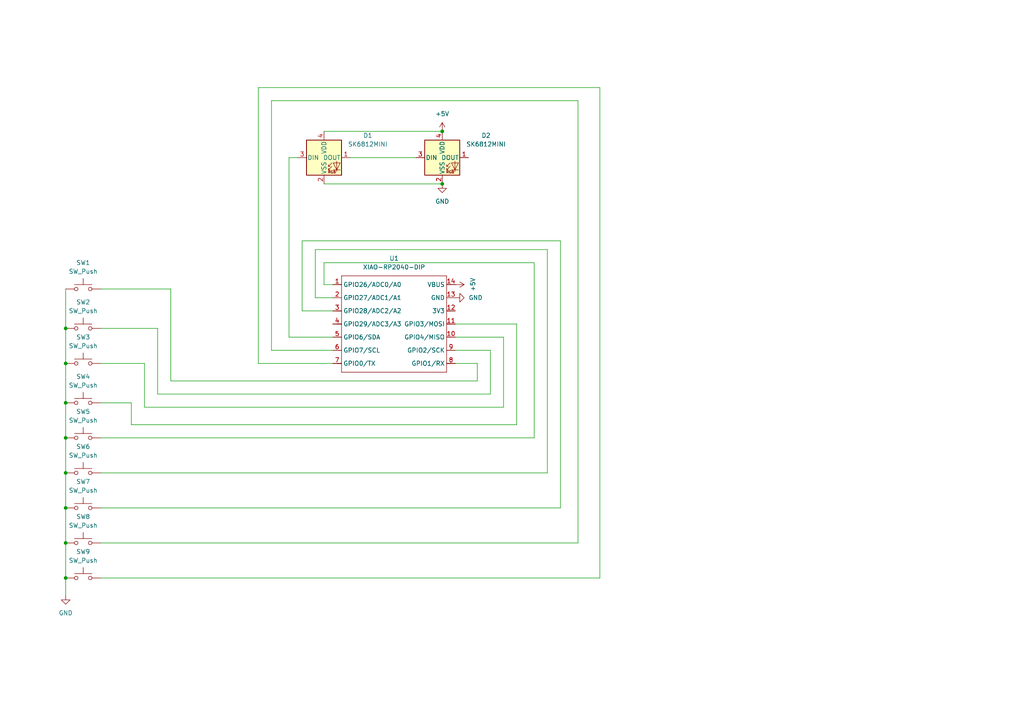
<source format=kicad_sch>
(kicad_sch
	(version 20250114)
	(generator "eeschema")
	(generator_version "9.0")
	(uuid "f46d88a0-dbca-4b13-a247-fb1fb25e2faf")
	(paper "A4")
	(lib_symbols
		(symbol "LED:SK6812MINI"
			(pin_names
				(offset 0.254)
			)
			(exclude_from_sim no)
			(in_bom yes)
			(on_board yes)
			(property "Reference" "D"
				(at 5.08 5.715 0)
				(effects
					(font
						(size 1.27 1.27)
					)
					(justify right bottom)
				)
			)
			(property "Value" "SK6812MINI"
				(at 1.27 -5.715 0)
				(effects
					(font
						(size 1.27 1.27)
					)
					(justify left top)
				)
			)
			(property "Footprint" "LED_SMD:LED_SK6812MINI_PLCC4_3.5x3.5mm_P1.75mm"
				(at 1.27 -7.62 0)
				(effects
					(font
						(size 1.27 1.27)
					)
					(justify left top)
					(hide yes)
				)
			)
			(property "Datasheet" "https://cdn-shop.adafruit.com/product-files/2686/SK6812MINI_REV.01-1-2.pdf"
				(at 2.54 -9.525 0)
				(effects
					(font
						(size 1.27 1.27)
					)
					(justify left top)
					(hide yes)
				)
			)
			(property "Description" "RGB LED with integrated controller"
				(at 0 0 0)
				(effects
					(font
						(size 1.27 1.27)
					)
					(hide yes)
				)
			)
			(property "ki_keywords" "RGB LED NeoPixel Mini addressable"
				(at 0 0 0)
				(effects
					(font
						(size 1.27 1.27)
					)
					(hide yes)
				)
			)
			(property "ki_fp_filters" "LED*SK6812MINI*PLCC*3.5x3.5mm*P1.75mm*"
				(at 0 0 0)
				(effects
					(font
						(size 1.27 1.27)
					)
					(hide yes)
				)
			)
			(symbol "SK6812MINI_0_0"
				(text "RGB"
					(at 2.286 -4.191 0)
					(effects
						(font
							(size 0.762 0.762)
						)
					)
				)
			)
			(symbol "SK6812MINI_0_1"
				(polyline
					(pts
						(xy 1.27 -2.54) (xy 1.778 -2.54)
					)
					(stroke
						(width 0)
						(type default)
					)
					(fill
						(type none)
					)
				)
				(polyline
					(pts
						(xy 1.27 -3.556) (xy 1.778 -3.556)
					)
					(stroke
						(width 0)
						(type default)
					)
					(fill
						(type none)
					)
				)
				(polyline
					(pts
						(xy 2.286 -1.524) (xy 1.27 -2.54) (xy 1.27 -2.032)
					)
					(stroke
						(width 0)
						(type default)
					)
					(fill
						(type none)
					)
				)
				(polyline
					(pts
						(xy 2.286 -2.54) (xy 1.27 -3.556) (xy 1.27 -3.048)
					)
					(stroke
						(width 0)
						(type default)
					)
					(fill
						(type none)
					)
				)
				(polyline
					(pts
						(xy 3.683 -1.016) (xy 3.683 -3.556) (xy 3.683 -4.064)
					)
					(stroke
						(width 0)
						(type default)
					)
					(fill
						(type none)
					)
				)
				(polyline
					(pts
						(xy 4.699 -1.524) (xy 2.667 -1.524) (xy 3.683 -3.556) (xy 4.699 -1.524)
					)
					(stroke
						(width 0)
						(type default)
					)
					(fill
						(type none)
					)
				)
				(polyline
					(pts
						(xy 4.699 -3.556) (xy 2.667 -3.556)
					)
					(stroke
						(width 0)
						(type default)
					)
					(fill
						(type none)
					)
				)
				(rectangle
					(start 5.08 5.08)
					(end -5.08 -5.08)
					(stroke
						(width 0.254)
						(type default)
					)
					(fill
						(type background)
					)
				)
			)
			(symbol "SK6812MINI_1_1"
				(pin input line
					(at -7.62 0 0)
					(length 2.54)
					(name "DIN"
						(effects
							(font
								(size 1.27 1.27)
							)
						)
					)
					(number "3"
						(effects
							(font
								(size 1.27 1.27)
							)
						)
					)
				)
				(pin power_in line
					(at 0 7.62 270)
					(length 2.54)
					(name "VDD"
						(effects
							(font
								(size 1.27 1.27)
							)
						)
					)
					(number "4"
						(effects
							(font
								(size 1.27 1.27)
							)
						)
					)
				)
				(pin power_in line
					(at 0 -7.62 90)
					(length 2.54)
					(name "VSS"
						(effects
							(font
								(size 1.27 1.27)
							)
						)
					)
					(number "2"
						(effects
							(font
								(size 1.27 1.27)
							)
						)
					)
				)
				(pin output line
					(at 7.62 0 180)
					(length 2.54)
					(name "DOUT"
						(effects
							(font
								(size 1.27 1.27)
							)
						)
					)
					(number "1"
						(effects
							(font
								(size 1.27 1.27)
							)
						)
					)
				)
			)
			(embedded_fonts no)
		)
		(symbol "OPL Library:XIAO-RP2040-DIP"
			(exclude_from_sim no)
			(in_bom yes)
			(on_board yes)
			(property "Reference" "U"
				(at 0 0 0)
				(effects
					(font
						(size 1.27 1.27)
					)
				)
			)
			(property "Value" "XIAO-RP2040-DIP"
				(at 5.334 -1.778 0)
				(effects
					(font
						(size 1.27 1.27)
					)
				)
			)
			(property "Footprint" "Module:MOUDLE14P-XIAO-DIP-SMD"
				(at 14.478 -32.258 0)
				(effects
					(font
						(size 1.27 1.27)
					)
					(hide yes)
				)
			)
			(property "Datasheet" ""
				(at 0 0 0)
				(effects
					(font
						(size 1.27 1.27)
					)
					(hide yes)
				)
			)
			(property "Description" ""
				(at 0 0 0)
				(effects
					(font
						(size 1.27 1.27)
					)
					(hide yes)
				)
			)
			(symbol "XIAO-RP2040-DIP_1_0"
				(polyline
					(pts
						(xy -1.27 -2.54) (xy 29.21 -2.54)
					)
					(stroke
						(width 0.1524)
						(type solid)
					)
					(fill
						(type none)
					)
				)
				(polyline
					(pts
						(xy -1.27 -5.08) (xy -2.54 -5.08)
					)
					(stroke
						(width 0.1524)
						(type solid)
					)
					(fill
						(type none)
					)
				)
				(polyline
					(pts
						(xy -1.27 -5.08) (xy -1.27 -2.54)
					)
					(stroke
						(width 0.1524)
						(type solid)
					)
					(fill
						(type none)
					)
				)
				(polyline
					(pts
						(xy -1.27 -8.89) (xy -2.54 -8.89)
					)
					(stroke
						(width 0.1524)
						(type solid)
					)
					(fill
						(type none)
					)
				)
				(polyline
					(pts
						(xy -1.27 -8.89) (xy -1.27 -5.08)
					)
					(stroke
						(width 0.1524)
						(type solid)
					)
					(fill
						(type none)
					)
				)
				(polyline
					(pts
						(xy -1.27 -12.7) (xy -2.54 -12.7)
					)
					(stroke
						(width 0.1524)
						(type solid)
					)
					(fill
						(type none)
					)
				)
				(polyline
					(pts
						(xy -1.27 -12.7) (xy -1.27 -8.89)
					)
					(stroke
						(width 0.1524)
						(type solid)
					)
					(fill
						(type none)
					)
				)
				(polyline
					(pts
						(xy -1.27 -16.51) (xy -2.54 -16.51)
					)
					(stroke
						(width 0.1524)
						(type solid)
					)
					(fill
						(type none)
					)
				)
				(polyline
					(pts
						(xy -1.27 -16.51) (xy -1.27 -12.7)
					)
					(stroke
						(width 0.1524)
						(type solid)
					)
					(fill
						(type none)
					)
				)
				(polyline
					(pts
						(xy -1.27 -20.32) (xy -2.54 -20.32)
					)
					(stroke
						(width 0.1524)
						(type solid)
					)
					(fill
						(type none)
					)
				)
				(polyline
					(pts
						(xy -1.27 -24.13) (xy -2.54 -24.13)
					)
					(stroke
						(width 0.1524)
						(type solid)
					)
					(fill
						(type none)
					)
				)
				(polyline
					(pts
						(xy -1.27 -27.94) (xy -2.54 -27.94)
					)
					(stroke
						(width 0.1524)
						(type solid)
					)
					(fill
						(type none)
					)
				)
				(polyline
					(pts
						(xy -1.27 -30.48) (xy -1.27 -16.51)
					)
					(stroke
						(width 0.1524)
						(type solid)
					)
					(fill
						(type none)
					)
				)
				(polyline
					(pts
						(xy 29.21 -2.54) (xy 29.21 -5.08)
					)
					(stroke
						(width 0.1524)
						(type solid)
					)
					(fill
						(type none)
					)
				)
				(polyline
					(pts
						(xy 29.21 -5.08) (xy 29.21 -8.89)
					)
					(stroke
						(width 0.1524)
						(type solid)
					)
					(fill
						(type none)
					)
				)
				(polyline
					(pts
						(xy 29.21 -8.89) (xy 29.21 -12.7)
					)
					(stroke
						(width 0.1524)
						(type solid)
					)
					(fill
						(type none)
					)
				)
				(polyline
					(pts
						(xy 29.21 -12.7) (xy 29.21 -30.48)
					)
					(stroke
						(width 0.1524)
						(type solid)
					)
					(fill
						(type none)
					)
				)
				(polyline
					(pts
						(xy 29.21 -30.48) (xy -1.27 -30.48)
					)
					(stroke
						(width 0.1524)
						(type solid)
					)
					(fill
						(type none)
					)
				)
				(polyline
					(pts
						(xy 30.48 -5.08) (xy 29.21 -5.08)
					)
					(stroke
						(width 0.1524)
						(type solid)
					)
					(fill
						(type none)
					)
				)
				(polyline
					(pts
						(xy 30.48 -8.89) (xy 29.21 -8.89)
					)
					(stroke
						(width 0.1524)
						(type solid)
					)
					(fill
						(type none)
					)
				)
				(polyline
					(pts
						(xy 30.48 -12.7) (xy 29.21 -12.7)
					)
					(stroke
						(width 0.1524)
						(type solid)
					)
					(fill
						(type none)
					)
				)
				(polyline
					(pts
						(xy 30.48 -16.51) (xy 29.21 -16.51)
					)
					(stroke
						(width 0.1524)
						(type solid)
					)
					(fill
						(type none)
					)
				)
				(polyline
					(pts
						(xy 30.48 -20.32) (xy 29.21 -20.32)
					)
					(stroke
						(width 0.1524)
						(type solid)
					)
					(fill
						(type none)
					)
				)
				(polyline
					(pts
						(xy 30.48 -24.13) (xy 29.21 -24.13)
					)
					(stroke
						(width 0.1524)
						(type solid)
					)
					(fill
						(type none)
					)
				)
				(polyline
					(pts
						(xy 30.48 -27.94) (xy 29.21 -27.94)
					)
					(stroke
						(width 0.1524)
						(type solid)
					)
					(fill
						(type none)
					)
				)
				(pin passive line
					(at -3.81 -5.08 0)
					(length 2.54)
					(name "GPIO26/ADC0/A0"
						(effects
							(font
								(size 1.27 1.27)
							)
						)
					)
					(number "1"
						(effects
							(font
								(size 1.27 1.27)
							)
						)
					)
				)
				(pin passive line
					(at -3.81 -8.89 0)
					(length 2.54)
					(name "GPIO27/ADC1/A1"
						(effects
							(font
								(size 1.27 1.27)
							)
						)
					)
					(number "2"
						(effects
							(font
								(size 1.27 1.27)
							)
						)
					)
				)
				(pin passive line
					(at -3.81 -12.7 0)
					(length 2.54)
					(name "GPIO28/ADC2/A2"
						(effects
							(font
								(size 1.27 1.27)
							)
						)
					)
					(number "3"
						(effects
							(font
								(size 1.27 1.27)
							)
						)
					)
				)
				(pin passive line
					(at -3.81 -16.51 0)
					(length 2.54)
					(name "GPIO29/ADC3/A3"
						(effects
							(font
								(size 1.27 1.27)
							)
						)
					)
					(number "4"
						(effects
							(font
								(size 1.27 1.27)
							)
						)
					)
				)
				(pin passive line
					(at -3.81 -20.32 0)
					(length 2.54)
					(name "GPIO6/SDA"
						(effects
							(font
								(size 1.27 1.27)
							)
						)
					)
					(number "5"
						(effects
							(font
								(size 1.27 1.27)
							)
						)
					)
				)
				(pin passive line
					(at -3.81 -24.13 0)
					(length 2.54)
					(name "GPIO7/SCL"
						(effects
							(font
								(size 1.27 1.27)
							)
						)
					)
					(number "6"
						(effects
							(font
								(size 1.27 1.27)
							)
						)
					)
				)
				(pin passive line
					(at -3.81 -27.94 0)
					(length 2.54)
					(name "GPIO0/TX"
						(effects
							(font
								(size 1.27 1.27)
							)
						)
					)
					(number "7"
						(effects
							(font
								(size 1.27 1.27)
							)
						)
					)
				)
				(pin passive line
					(at 31.75 -5.08 180)
					(length 2.54)
					(name "VBUS"
						(effects
							(font
								(size 1.27 1.27)
							)
						)
					)
					(number "14"
						(effects
							(font
								(size 1.27 1.27)
							)
						)
					)
				)
				(pin passive line
					(at 31.75 -8.89 180)
					(length 2.54)
					(name "GND"
						(effects
							(font
								(size 1.27 1.27)
							)
						)
					)
					(number "13"
						(effects
							(font
								(size 1.27 1.27)
							)
						)
					)
				)
				(pin passive line
					(at 31.75 -12.7 180)
					(length 2.54)
					(name "3V3"
						(effects
							(font
								(size 1.27 1.27)
							)
						)
					)
					(number "12"
						(effects
							(font
								(size 1.27 1.27)
							)
						)
					)
				)
				(pin passive line
					(at 31.75 -16.51 180)
					(length 2.54)
					(name "GPIO3/MOSI"
						(effects
							(font
								(size 1.27 1.27)
							)
						)
					)
					(number "11"
						(effects
							(font
								(size 1.27 1.27)
							)
						)
					)
				)
				(pin passive line
					(at 31.75 -20.32 180)
					(length 2.54)
					(name "GPIO4/MISO"
						(effects
							(font
								(size 1.27 1.27)
							)
						)
					)
					(number "10"
						(effects
							(font
								(size 1.27 1.27)
							)
						)
					)
				)
				(pin passive line
					(at 31.75 -24.13 180)
					(length 2.54)
					(name "GPIO2/SCK"
						(effects
							(font
								(size 1.27 1.27)
							)
						)
					)
					(number "9"
						(effects
							(font
								(size 1.27 1.27)
							)
						)
					)
				)
				(pin passive line
					(at 31.75 -27.94 180)
					(length 2.54)
					(name "GPIO1/RX"
						(effects
							(font
								(size 1.27 1.27)
							)
						)
					)
					(number "8"
						(effects
							(font
								(size 1.27 1.27)
							)
						)
					)
				)
			)
			(embedded_fonts no)
		)
		(symbol "Switch:SW_Push"
			(pin_numbers
				(hide yes)
			)
			(pin_names
				(offset 1.016)
				(hide yes)
			)
			(exclude_from_sim no)
			(in_bom yes)
			(on_board yes)
			(property "Reference" "SW"
				(at 1.27 2.54 0)
				(effects
					(font
						(size 1.27 1.27)
					)
					(justify left)
				)
			)
			(property "Value" "SW_Push"
				(at 0 -1.524 0)
				(effects
					(font
						(size 1.27 1.27)
					)
				)
			)
			(property "Footprint" ""
				(at 0 5.08 0)
				(effects
					(font
						(size 1.27 1.27)
					)
					(hide yes)
				)
			)
			(property "Datasheet" "~"
				(at 0 5.08 0)
				(effects
					(font
						(size 1.27 1.27)
					)
					(hide yes)
				)
			)
			(property "Description" "Push button switch, generic, two pins"
				(at 0 0 0)
				(effects
					(font
						(size 1.27 1.27)
					)
					(hide yes)
				)
			)
			(property "ki_keywords" "switch normally-open pushbutton push-button"
				(at 0 0 0)
				(effects
					(font
						(size 1.27 1.27)
					)
					(hide yes)
				)
			)
			(symbol "SW_Push_0_1"
				(circle
					(center -2.032 0)
					(radius 0.508)
					(stroke
						(width 0)
						(type default)
					)
					(fill
						(type none)
					)
				)
				(polyline
					(pts
						(xy 0 1.27) (xy 0 3.048)
					)
					(stroke
						(width 0)
						(type default)
					)
					(fill
						(type none)
					)
				)
				(circle
					(center 2.032 0)
					(radius 0.508)
					(stroke
						(width 0)
						(type default)
					)
					(fill
						(type none)
					)
				)
				(polyline
					(pts
						(xy 2.54 1.27) (xy -2.54 1.27)
					)
					(stroke
						(width 0)
						(type default)
					)
					(fill
						(type none)
					)
				)
				(pin passive line
					(at -5.08 0 0)
					(length 2.54)
					(name "1"
						(effects
							(font
								(size 1.27 1.27)
							)
						)
					)
					(number "1"
						(effects
							(font
								(size 1.27 1.27)
							)
						)
					)
				)
				(pin passive line
					(at 5.08 0 180)
					(length 2.54)
					(name "2"
						(effects
							(font
								(size 1.27 1.27)
							)
						)
					)
					(number "2"
						(effects
							(font
								(size 1.27 1.27)
							)
						)
					)
				)
			)
			(embedded_fonts no)
		)
		(symbol "power:+5V"
			(power)
			(pin_numbers
				(hide yes)
			)
			(pin_names
				(offset 0)
				(hide yes)
			)
			(exclude_from_sim no)
			(in_bom yes)
			(on_board yes)
			(property "Reference" "#PWR"
				(at 0 -3.81 0)
				(effects
					(font
						(size 1.27 1.27)
					)
					(hide yes)
				)
			)
			(property "Value" "+5V"
				(at 0 3.556 0)
				(effects
					(font
						(size 1.27 1.27)
					)
				)
			)
			(property "Footprint" ""
				(at 0 0 0)
				(effects
					(font
						(size 1.27 1.27)
					)
					(hide yes)
				)
			)
			(property "Datasheet" ""
				(at 0 0 0)
				(effects
					(font
						(size 1.27 1.27)
					)
					(hide yes)
				)
			)
			(property "Description" "Power symbol creates a global label with name \"+5V\""
				(at 0 0 0)
				(effects
					(font
						(size 1.27 1.27)
					)
					(hide yes)
				)
			)
			(property "ki_keywords" "global power"
				(at 0 0 0)
				(effects
					(font
						(size 1.27 1.27)
					)
					(hide yes)
				)
			)
			(symbol "+5V_0_1"
				(polyline
					(pts
						(xy -0.762 1.27) (xy 0 2.54)
					)
					(stroke
						(width 0)
						(type default)
					)
					(fill
						(type none)
					)
				)
				(polyline
					(pts
						(xy 0 2.54) (xy 0.762 1.27)
					)
					(stroke
						(width 0)
						(type default)
					)
					(fill
						(type none)
					)
				)
				(polyline
					(pts
						(xy 0 0) (xy 0 2.54)
					)
					(stroke
						(width 0)
						(type default)
					)
					(fill
						(type none)
					)
				)
			)
			(symbol "+5V_1_1"
				(pin power_in line
					(at 0 0 90)
					(length 0)
					(name "~"
						(effects
							(font
								(size 1.27 1.27)
							)
						)
					)
					(number "1"
						(effects
							(font
								(size 1.27 1.27)
							)
						)
					)
				)
			)
			(embedded_fonts no)
		)
		(symbol "power:GND"
			(power)
			(pin_numbers
				(hide yes)
			)
			(pin_names
				(offset 0)
				(hide yes)
			)
			(exclude_from_sim no)
			(in_bom yes)
			(on_board yes)
			(property "Reference" "#PWR"
				(at 0 -6.35 0)
				(effects
					(font
						(size 1.27 1.27)
					)
					(hide yes)
				)
			)
			(property "Value" "GND"
				(at 0 -3.81 0)
				(effects
					(font
						(size 1.27 1.27)
					)
				)
			)
			(property "Footprint" ""
				(at 0 0 0)
				(effects
					(font
						(size 1.27 1.27)
					)
					(hide yes)
				)
			)
			(property "Datasheet" ""
				(at 0 0 0)
				(effects
					(font
						(size 1.27 1.27)
					)
					(hide yes)
				)
			)
			(property "Description" "Power symbol creates a global label with name \"GND\" , ground"
				(at 0 0 0)
				(effects
					(font
						(size 1.27 1.27)
					)
					(hide yes)
				)
			)
			(property "ki_keywords" "global power"
				(at 0 0 0)
				(effects
					(font
						(size 1.27 1.27)
					)
					(hide yes)
				)
			)
			(symbol "GND_0_1"
				(polyline
					(pts
						(xy 0 0) (xy 0 -1.27) (xy 1.27 -1.27) (xy 0 -2.54) (xy -1.27 -1.27) (xy 0 -1.27)
					)
					(stroke
						(width 0)
						(type default)
					)
					(fill
						(type none)
					)
				)
			)
			(symbol "GND_1_1"
				(pin power_in line
					(at 0 0 270)
					(length 0)
					(name "~"
						(effects
							(font
								(size 1.27 1.27)
							)
						)
					)
					(number "1"
						(effects
							(font
								(size 1.27 1.27)
							)
						)
					)
				)
			)
			(embedded_fonts no)
		)
	)
	(junction
		(at 128.27 38.1)
		(diameter 0)
		(color 0 0 0 0)
		(uuid "32c0ed1f-7340-4760-8bcb-dc0c51b84ab6")
	)
	(junction
		(at 19.05 95.25)
		(diameter 0)
		(color 0 0 0 0)
		(uuid "3b3a9c69-df5a-4a81-8eb9-390e28bb70da")
	)
	(junction
		(at 19.05 116.84)
		(diameter 0)
		(color 0 0 0 0)
		(uuid "680315ea-e1c4-4b7a-b607-c78d168baf8f")
	)
	(junction
		(at 19.05 167.64)
		(diameter 0)
		(color 0 0 0 0)
		(uuid "81f6eadc-d0df-4162-a5f9-1163318c1365")
	)
	(junction
		(at 128.27 53.34)
		(diameter 0)
		(color 0 0 0 0)
		(uuid "8b9d9ece-499c-4d8f-9734-f258a21e0bc8")
	)
	(junction
		(at 19.05 105.41)
		(diameter 0)
		(color 0 0 0 0)
		(uuid "8ca43d1d-3bcc-4f66-b80e-21bbfbaf2409")
	)
	(junction
		(at 19.05 157.48)
		(diameter 0)
		(color 0 0 0 0)
		(uuid "a3f822bc-ea54-41b7-9df0-bdc2d42b6b5c")
	)
	(junction
		(at 19.05 127)
		(diameter 0)
		(color 0 0 0 0)
		(uuid "c547969c-a6e1-4297-bc24-b2f1ebe9f58a")
	)
	(junction
		(at 19.05 137.16)
		(diameter 0)
		(color 0 0 0 0)
		(uuid "cfdd9121-bfee-4647-91c8-7d5489bb4661")
	)
	(junction
		(at 19.05 147.32)
		(diameter 0)
		(color 0 0 0 0)
		(uuid "fb366807-1681-4477-a650-1620e0a1f534")
	)
	(wire
		(pts
			(xy 146.05 97.79) (xy 132.08 97.79)
		)
		(stroke
			(width 0)
			(type default)
		)
		(uuid "014ec642-ae88-4007-9823-d29ee1a50831")
	)
	(wire
		(pts
			(xy 91.44 86.36) (xy 96.52 86.36)
		)
		(stroke
			(width 0)
			(type default)
		)
		(uuid "0af67068-106c-4f90-82b7-3d6966bba42c")
	)
	(wire
		(pts
			(xy 19.05 105.41) (xy 19.05 116.84)
		)
		(stroke
			(width 0)
			(type default)
		)
		(uuid "0bb387e6-2fd1-477a-ae06-8c881b99e468")
	)
	(wire
		(pts
			(xy 19.05 147.32) (xy 19.05 157.48)
		)
		(stroke
			(width 0)
			(type default)
		)
		(uuid "1180e0fe-6939-472e-aec3-d3d01e0ed941")
	)
	(wire
		(pts
			(xy 173.99 25.4) (xy 74.93 25.4)
		)
		(stroke
			(width 0)
			(type default)
		)
		(uuid "1421b6b3-bb78-4efc-8f49-a67902dc532f")
	)
	(wire
		(pts
			(xy 93.98 38.1) (xy 128.27 38.1)
		)
		(stroke
			(width 0)
			(type default)
		)
		(uuid "14f3a978-3163-49f4-9060-42f5a9d9836e")
	)
	(wire
		(pts
			(xy 45.72 114.3) (xy 142.24 114.3)
		)
		(stroke
			(width 0)
			(type default)
		)
		(uuid "1936f7ae-32ac-456d-84e8-13679298ea51")
	)
	(wire
		(pts
			(xy 173.99 167.64) (xy 173.99 25.4)
		)
		(stroke
			(width 0)
			(type default)
		)
		(uuid "1a439f7a-85f3-411a-a6e1-2e9ff7eb1e44")
	)
	(wire
		(pts
			(xy 29.21 83.82) (xy 49.53 83.82)
		)
		(stroke
			(width 0)
			(type default)
		)
		(uuid "1c81f002-9f0d-4ea9-86bb-bca1a9a2e7a0")
	)
	(wire
		(pts
			(xy 19.05 157.48) (xy 19.05 167.64)
		)
		(stroke
			(width 0)
			(type default)
		)
		(uuid "1e80cd18-7ad0-439b-9ac1-56cb3afd2910")
	)
	(wire
		(pts
			(xy 149.86 123.19) (xy 149.86 93.98)
		)
		(stroke
			(width 0)
			(type default)
		)
		(uuid "208587a2-e42d-4017-a402-858f88496168")
	)
	(wire
		(pts
			(xy 45.72 95.25) (xy 45.72 114.3)
		)
		(stroke
			(width 0)
			(type default)
		)
		(uuid "20b848e8-c404-4b0f-8e44-0ce516f5b683")
	)
	(wire
		(pts
			(xy 93.98 82.55) (xy 96.52 82.55)
		)
		(stroke
			(width 0)
			(type default)
		)
		(uuid "2588856c-a2b2-4949-962a-885883848f38")
	)
	(wire
		(pts
			(xy 74.93 105.41) (xy 96.52 105.41)
		)
		(stroke
			(width 0)
			(type default)
		)
		(uuid "31471e81-35db-4ddc-874c-4c2ab3d94c50")
	)
	(wire
		(pts
			(xy 158.75 72.39) (xy 91.44 72.39)
		)
		(stroke
			(width 0)
			(type default)
		)
		(uuid "31de4ded-1d77-4021-8e81-f11f453f60ae")
	)
	(wire
		(pts
			(xy 49.53 83.82) (xy 49.53 110.49)
		)
		(stroke
			(width 0)
			(type default)
		)
		(uuid "33e7df7e-7075-48ef-a01a-382ef56cd8c4")
	)
	(wire
		(pts
			(xy 78.74 101.6) (xy 96.52 101.6)
		)
		(stroke
			(width 0)
			(type default)
		)
		(uuid "400cb30b-0411-45ac-bc35-cb9c0e1b53bf")
	)
	(wire
		(pts
			(xy 132.08 105.41) (xy 138.43 105.41)
		)
		(stroke
			(width 0)
			(type default)
		)
		(uuid "448c4d3d-57d8-4d3f-864b-88e1c980f635")
	)
	(wire
		(pts
			(xy 29.21 127) (xy 154.94 127)
		)
		(stroke
			(width 0)
			(type default)
		)
		(uuid "46bcca88-6e5f-43d7-968d-e5ea727ab8d4")
	)
	(wire
		(pts
			(xy 78.74 29.21) (xy 78.74 101.6)
		)
		(stroke
			(width 0)
			(type default)
		)
		(uuid "481cdafb-5835-4e52-94c5-3e0c3bf811aa")
	)
	(wire
		(pts
			(xy 87.63 69.85) (xy 87.63 90.17)
		)
		(stroke
			(width 0)
			(type default)
		)
		(uuid "504c1b78-c0f5-49ca-8577-efca9a7f0159")
	)
	(wire
		(pts
			(xy 29.21 105.41) (xy 41.91 105.41)
		)
		(stroke
			(width 0)
			(type default)
		)
		(uuid "5478903f-8186-4127-98a8-fb782d3b518b")
	)
	(wire
		(pts
			(xy 41.91 118.11) (xy 146.05 118.11)
		)
		(stroke
			(width 0)
			(type default)
		)
		(uuid "54d880a6-0b38-409d-994e-c4c3daf2f866")
	)
	(wire
		(pts
			(xy 19.05 137.16) (xy 19.05 147.32)
		)
		(stroke
			(width 0)
			(type default)
		)
		(uuid "5528029b-9f3d-49a5-b8b2-2093fe5196a6")
	)
	(wire
		(pts
			(xy 19.05 83.82) (xy 19.05 95.25)
		)
		(stroke
			(width 0)
			(type default)
		)
		(uuid "5af79eb7-b7f3-4794-a174-99d1f70a213a")
	)
	(wire
		(pts
			(xy 142.24 101.6) (xy 132.08 101.6)
		)
		(stroke
			(width 0)
			(type default)
		)
		(uuid "5edc7d36-8237-4f5b-9dda-3d0e45790ae2")
	)
	(wire
		(pts
			(xy 167.64 157.48) (xy 167.64 29.21)
		)
		(stroke
			(width 0)
			(type default)
		)
		(uuid "6161f07c-ef21-4b89-b7af-fa1efeeb1aeb")
	)
	(wire
		(pts
			(xy 154.94 76.2) (xy 93.98 76.2)
		)
		(stroke
			(width 0)
			(type default)
		)
		(uuid "634b7fff-51a5-46e5-adcc-a8c9338a0052")
	)
	(wire
		(pts
			(xy 19.05 95.25) (xy 19.05 105.41)
		)
		(stroke
			(width 0)
			(type default)
		)
		(uuid "65b22b7a-7e3c-4099-a896-c0235611efd5")
	)
	(wire
		(pts
			(xy 142.24 114.3) (xy 142.24 101.6)
		)
		(stroke
			(width 0)
			(type default)
		)
		(uuid "68401b69-a9ba-46a6-ba2a-139da244e7a0")
	)
	(wire
		(pts
			(xy 29.21 137.16) (xy 158.75 137.16)
		)
		(stroke
			(width 0)
			(type default)
		)
		(uuid "69536aec-3bf0-4431-aaa2-0cccde62d683")
	)
	(wire
		(pts
			(xy 93.98 53.34) (xy 128.27 53.34)
		)
		(stroke
			(width 0)
			(type default)
		)
		(uuid "7a9c5af2-7368-4a3d-8db2-7c2817468366")
	)
	(wire
		(pts
			(xy 19.05 167.64) (xy 19.05 172.72)
		)
		(stroke
			(width 0)
			(type default)
		)
		(uuid "7d4e911c-6ee0-4977-98fc-6e2d22d1bba8")
	)
	(wire
		(pts
			(xy 91.44 72.39) (xy 91.44 86.36)
		)
		(stroke
			(width 0)
			(type default)
		)
		(uuid "827836ce-5240-4c24-89ca-b934f630fe47")
	)
	(wire
		(pts
			(xy 29.21 147.32) (xy 162.56 147.32)
		)
		(stroke
			(width 0)
			(type default)
		)
		(uuid "84887b1b-cc6c-4722-b917-3cc933a952fe")
	)
	(wire
		(pts
			(xy 49.53 110.49) (xy 138.43 110.49)
		)
		(stroke
			(width 0)
			(type default)
		)
		(uuid "86916515-bd18-43f7-a94e-3da546f25556")
	)
	(wire
		(pts
			(xy 74.93 25.4) (xy 74.93 105.41)
		)
		(stroke
			(width 0)
			(type default)
		)
		(uuid "8694fc91-7ca7-4f48-9ef4-7e91a9799e21")
	)
	(wire
		(pts
			(xy 29.21 95.25) (xy 45.72 95.25)
		)
		(stroke
			(width 0)
			(type default)
		)
		(uuid "92f10676-6259-48e2-a789-f02637a97845")
	)
	(wire
		(pts
			(xy 132.08 93.98) (xy 149.86 93.98)
		)
		(stroke
			(width 0)
			(type default)
		)
		(uuid "9a25092a-4243-4cc6-ab02-1a3ec3406583")
	)
	(wire
		(pts
			(xy 41.91 105.41) (xy 41.91 118.11)
		)
		(stroke
			(width 0)
			(type default)
		)
		(uuid "adf6d5ea-6262-4215-940f-0ded0e184d4c")
	)
	(wire
		(pts
			(xy 158.75 137.16) (xy 158.75 72.39)
		)
		(stroke
			(width 0)
			(type default)
		)
		(uuid "b1a80da1-c24e-4f91-97d2-8431e030fac0")
	)
	(wire
		(pts
			(xy 93.98 76.2) (xy 93.98 82.55)
		)
		(stroke
			(width 0)
			(type default)
		)
		(uuid "b4f08c14-9016-4070-97e0-43e278db03f7")
	)
	(wire
		(pts
			(xy 83.82 97.79) (xy 83.82 45.72)
		)
		(stroke
			(width 0)
			(type default)
		)
		(uuid "bd99f0ce-6c94-40e3-9123-270fdd015bf2")
	)
	(wire
		(pts
			(xy 154.94 127) (xy 154.94 76.2)
		)
		(stroke
			(width 0)
			(type default)
		)
		(uuid "be8ca923-cebe-4997-b40d-03b030bf543e")
	)
	(wire
		(pts
			(xy 29.21 167.64) (xy 173.99 167.64)
		)
		(stroke
			(width 0)
			(type default)
		)
		(uuid "c877d108-2c37-4e1a-b5a4-fc1c018c8278")
	)
	(wire
		(pts
			(xy 29.21 157.48) (xy 167.64 157.48)
		)
		(stroke
			(width 0)
			(type default)
		)
		(uuid "cc2f7134-ebb2-4aea-b4dd-683d27d50942")
	)
	(wire
		(pts
			(xy 162.56 69.85) (xy 87.63 69.85)
		)
		(stroke
			(width 0)
			(type default)
		)
		(uuid "ce14f74f-146b-445d-ab2f-499e6dac80af")
	)
	(wire
		(pts
			(xy 29.21 116.84) (xy 38.1 116.84)
		)
		(stroke
			(width 0)
			(type default)
		)
		(uuid "ce88ecbd-fd0a-4c05-be60-a4ca301bea9f")
	)
	(wire
		(pts
			(xy 146.05 118.11) (xy 146.05 97.79)
		)
		(stroke
			(width 0)
			(type default)
		)
		(uuid "d23c8361-66d2-4315-a719-fa3a2164c755")
	)
	(wire
		(pts
			(xy 19.05 127) (xy 19.05 137.16)
		)
		(stroke
			(width 0)
			(type default)
		)
		(uuid "d2602b0f-9d58-4c00-bb22-6038ddaf1684")
	)
	(wire
		(pts
			(xy 38.1 123.19) (xy 149.86 123.19)
		)
		(stroke
			(width 0)
			(type default)
		)
		(uuid "d3faa5a0-2050-49e4-bfd9-2b98501de81a")
	)
	(wire
		(pts
			(xy 19.05 116.84) (xy 19.05 127)
		)
		(stroke
			(width 0)
			(type default)
		)
		(uuid "d74acb01-f5f9-47d0-ac9b-8bad57e78cf3")
	)
	(wire
		(pts
			(xy 162.56 147.32) (xy 162.56 69.85)
		)
		(stroke
			(width 0)
			(type default)
		)
		(uuid "d7d856ff-9b09-482c-a77a-475458ba5991")
	)
	(wire
		(pts
			(xy 38.1 116.84) (xy 38.1 123.19)
		)
		(stroke
			(width 0)
			(type default)
		)
		(uuid "d910c354-98d1-416e-83e8-efcf771ad422")
	)
	(wire
		(pts
			(xy 167.64 29.21) (xy 78.74 29.21)
		)
		(stroke
			(width 0)
			(type default)
		)
		(uuid "dbc6aab6-b97b-4587-886a-4d2d74476dd6")
	)
	(wire
		(pts
			(xy 87.63 90.17) (xy 96.52 90.17)
		)
		(stroke
			(width 0)
			(type default)
		)
		(uuid "de51a254-1914-4092-8650-490f9ff1df01")
	)
	(wire
		(pts
			(xy 96.52 97.79) (xy 83.82 97.79)
		)
		(stroke
			(width 0)
			(type default)
		)
		(uuid "e2545103-3509-46ad-917f-777e6f6cc5cf")
	)
	(wire
		(pts
			(xy 101.6 45.72) (xy 120.65 45.72)
		)
		(stroke
			(width 0)
			(type default)
		)
		(uuid "f307fe27-5240-4d35-9847-ad29f9eeee4f")
	)
	(wire
		(pts
			(xy 138.43 110.49) (xy 138.43 105.41)
		)
		(stroke
			(width 0)
			(type default)
		)
		(uuid "f917f297-f26f-44c0-aa6f-49c7a91360fe")
	)
	(wire
		(pts
			(xy 83.82 45.72) (xy 86.36 45.72)
		)
		(stroke
			(width 0)
			(type default)
		)
		(uuid "fd160efe-17d1-4954-a356-d3f06992f291")
	)
	(symbol
		(lib_id "LED:SK6812MINI")
		(at 128.27 45.72 0)
		(unit 1)
		(exclude_from_sim no)
		(in_bom yes)
		(on_board yes)
		(dnp no)
		(fields_autoplaced yes)
		(uuid "2c185cac-3aa2-4673-8c49-268b91473503")
		(property "Reference" "D2"
			(at 140.97 39.2998 0)
			(effects
				(font
					(size 1.27 1.27)
				)
			)
		)
		(property "Value" "SK6812MINI"
			(at 140.97 41.8398 0)
			(effects
				(font
					(size 1.27 1.27)
				)
			)
		)
		(property "Footprint" "LED_SMD:LED_SK6812MINI_PLCC4_3.5x3.5mm_P1.75mm"
			(at 129.54 53.34 0)
			(effects
				(font
					(size 1.27 1.27)
				)
				(justify left top)
				(hide yes)
			)
		)
		(property "Datasheet" "https://cdn-shop.adafruit.com/product-files/2686/SK6812MINI_REV.01-1-2.pdf"
			(at 130.81 55.245 0)
			(effects
				(font
					(size 1.27 1.27)
				)
				(justify left top)
				(hide yes)
			)
		)
		(property "Description" "RGB LED with integrated controller"
			(at 128.27 45.72 0)
			(effects
				(font
					(size 1.27 1.27)
				)
				(hide yes)
			)
		)
		(pin "4"
			(uuid "488b658a-73b8-412e-ad15-80df4b54cf30")
		)
		(pin "3"
			(uuid "d8fb4617-902c-4fae-b7ca-3dcdc020d371")
		)
		(pin "2"
			(uuid "96d0c619-2c3b-4a50-81d3-e478c4da969a")
		)
		(pin "1"
			(uuid "6310ca4e-4dd4-48e8-9fe4-4154995a838c")
		)
		(instances
			(project ""
				(path "/f46d88a0-dbca-4b13-a247-fb1fb25e2faf"
					(reference "D2")
					(unit 1)
				)
			)
		)
	)
	(symbol
		(lib_id "power:+5V")
		(at 128.27 38.1 0)
		(unit 1)
		(exclude_from_sim no)
		(in_bom yes)
		(on_board yes)
		(dnp no)
		(fields_autoplaced yes)
		(uuid "5a3158af-fc04-4460-b8ee-3eff68e349de")
		(property "Reference" "#PWR05"
			(at 128.27 41.91 0)
			(effects
				(font
					(size 1.27 1.27)
				)
				(hide yes)
			)
		)
		(property "Value" "+5V"
			(at 128.27 33.02 0)
			(effects
				(font
					(size 1.27 1.27)
				)
			)
		)
		(property "Footprint" ""
			(at 128.27 38.1 0)
			(effects
				(font
					(size 1.27 1.27)
				)
				(hide yes)
			)
		)
		(property "Datasheet" ""
			(at 128.27 38.1 0)
			(effects
				(font
					(size 1.27 1.27)
				)
				(hide yes)
			)
		)
		(property "Description" "Power symbol creates a global label with name \"+5V\""
			(at 128.27 38.1 0)
			(effects
				(font
					(size 1.27 1.27)
				)
				(hide yes)
			)
		)
		(pin "1"
			(uuid "5588bab8-3d3a-468a-ab5b-b209cccb3333")
		)
		(instances
			(project ""
				(path "/f46d88a0-dbca-4b13-a247-fb1fb25e2faf"
					(reference "#PWR05")
					(unit 1)
				)
			)
		)
	)
	(symbol
		(lib_id "Switch:SW_Push")
		(at 24.13 157.48 0)
		(unit 1)
		(exclude_from_sim no)
		(in_bom yes)
		(on_board yes)
		(dnp no)
		(fields_autoplaced yes)
		(uuid "5fcc4eef-657e-46f6-9094-2237e54fde17")
		(property "Reference" "SW8"
			(at 24.13 149.86 0)
			(effects
				(font
					(size 1.27 1.27)
				)
			)
		)
		(property "Value" "SW_Push"
			(at 24.13 152.4 0)
			(effects
				(font
					(size 1.27 1.27)
				)
			)
		)
		(property "Footprint" "Button_Switch_Keyboard:SW_Cherry_MX_1.00u_PCB"
			(at 24.13 152.4 0)
			(effects
				(font
					(size 1.27 1.27)
				)
				(hide yes)
			)
		)
		(property "Datasheet" "~"
			(at 24.13 152.4 0)
			(effects
				(font
					(size 1.27 1.27)
				)
				(hide yes)
			)
		)
		(property "Description" "Push button switch, generic, two pins"
			(at 24.13 157.48 0)
			(effects
				(font
					(size 1.27 1.27)
				)
				(hide yes)
			)
		)
		(pin "1"
			(uuid "d17b905b-c6f4-49ef-85af-7ad092353528")
		)
		(pin "2"
			(uuid "74d98906-8668-4eb7-9248-918a4cfbfc30")
		)
		(instances
			(project ""
				(path "/f46d88a0-dbca-4b13-a247-fb1fb25e2faf"
					(reference "SW8")
					(unit 1)
				)
			)
		)
	)
	(symbol
		(lib_id "power:GND")
		(at 132.08 86.36 90)
		(unit 1)
		(exclude_from_sim no)
		(in_bom yes)
		(on_board yes)
		(dnp no)
		(fields_autoplaced yes)
		(uuid "6ab6f997-56d9-45ae-91c1-b189688bdfac")
		(property "Reference" "#PWR02"
			(at 138.43 86.36 0)
			(effects
				(font
					(size 1.27 1.27)
				)
				(hide yes)
			)
		)
		(property "Value" "GND"
			(at 135.89 86.3599 90)
			(effects
				(font
					(size 1.27 1.27)
				)
				(justify right)
			)
		)
		(property "Footprint" ""
			(at 132.08 86.36 0)
			(effects
				(font
					(size 1.27 1.27)
				)
				(hide yes)
			)
		)
		(property "Datasheet" ""
			(at 132.08 86.36 0)
			(effects
				(font
					(size 1.27 1.27)
				)
				(hide yes)
			)
		)
		(property "Description" "Power symbol creates a global label with name \"GND\" , ground"
			(at 132.08 86.36 0)
			(effects
				(font
					(size 1.27 1.27)
				)
				(hide yes)
			)
		)
		(pin "1"
			(uuid "aa1483d9-5537-4566-b6bf-2d2e4ead4845")
		)
		(instances
			(project ""
				(path "/f46d88a0-dbca-4b13-a247-fb1fb25e2faf"
					(reference "#PWR02")
					(unit 1)
				)
			)
		)
	)
	(symbol
		(lib_id "Switch:SW_Push")
		(at 24.13 95.25 0)
		(unit 1)
		(exclude_from_sim no)
		(in_bom yes)
		(on_board yes)
		(dnp no)
		(fields_autoplaced yes)
		(uuid "6e19099e-4d85-4629-b30b-bfa589e00d15")
		(property "Reference" "SW2"
			(at 24.13 87.63 0)
			(effects
				(font
					(size 1.27 1.27)
				)
			)
		)
		(property "Value" "SW_Push"
			(at 24.13 90.17 0)
			(effects
				(font
					(size 1.27 1.27)
				)
			)
		)
		(property "Footprint" "Button_Switch_Keyboard:SW_Cherry_MX_1.00u_PCB"
			(at 24.13 90.17 0)
			(effects
				(font
					(size 1.27 1.27)
				)
				(hide yes)
			)
		)
		(property "Datasheet" "~"
			(at 24.13 90.17 0)
			(effects
				(font
					(size 1.27 1.27)
				)
				(hide yes)
			)
		)
		(property "Description" "Push button switch, generic, two pins"
			(at 24.13 95.25 0)
			(effects
				(font
					(size 1.27 1.27)
				)
				(hide yes)
			)
		)
		(pin "1"
			(uuid "03768c3a-5875-4887-8f3f-adc2ad275c44")
		)
		(pin "2"
			(uuid "0d9c556b-ee40-4917-a3a5-6e41693a01d1")
		)
		(instances
			(project ""
				(path "/f46d88a0-dbca-4b13-a247-fb1fb25e2faf"
					(reference "SW2")
					(unit 1)
				)
			)
		)
	)
	(symbol
		(lib_id "power:GND")
		(at 128.27 53.34 0)
		(unit 1)
		(exclude_from_sim no)
		(in_bom yes)
		(on_board yes)
		(dnp no)
		(fields_autoplaced yes)
		(uuid "6e6f6c49-bba2-46cd-a2d9-7f331cc1040a")
		(property "Reference" "#PWR04"
			(at 128.27 59.69 0)
			(effects
				(font
					(size 1.27 1.27)
				)
				(hide yes)
			)
		)
		(property "Value" "GND"
			(at 128.27 58.42 0)
			(effects
				(font
					(size 1.27 1.27)
				)
			)
		)
		(property "Footprint" ""
			(at 128.27 53.34 0)
			(effects
				(font
					(size 1.27 1.27)
				)
				(hide yes)
			)
		)
		(property "Datasheet" ""
			(at 128.27 53.34 0)
			(effects
				(font
					(size 1.27 1.27)
				)
				(hide yes)
			)
		)
		(property "Description" "Power symbol creates a global label with name \"GND\" , ground"
			(at 128.27 53.34 0)
			(effects
				(font
					(size 1.27 1.27)
				)
				(hide yes)
			)
		)
		(pin "1"
			(uuid "0d104402-9905-4aa1-8c6b-85c6b13946de")
		)
		(instances
			(project ""
				(path "/f46d88a0-dbca-4b13-a247-fb1fb25e2faf"
					(reference "#PWR04")
					(unit 1)
				)
			)
		)
	)
	(symbol
		(lib_id "power:GND")
		(at 19.05 172.72 0)
		(unit 1)
		(exclude_from_sim no)
		(in_bom yes)
		(on_board yes)
		(dnp no)
		(fields_autoplaced yes)
		(uuid "803d24a9-ec8e-490e-b903-71120fd3254d")
		(property "Reference" "#PWR01"
			(at 19.05 179.07 0)
			(effects
				(font
					(size 1.27 1.27)
				)
				(hide yes)
			)
		)
		(property "Value" "GND"
			(at 19.05 177.8 0)
			(effects
				(font
					(size 1.27 1.27)
				)
			)
		)
		(property "Footprint" ""
			(at 19.05 172.72 0)
			(effects
				(font
					(size 1.27 1.27)
				)
				(hide yes)
			)
		)
		(property "Datasheet" ""
			(at 19.05 172.72 0)
			(effects
				(font
					(size 1.27 1.27)
				)
				(hide yes)
			)
		)
		(property "Description" "Power symbol creates a global label with name \"GND\" , ground"
			(at 19.05 172.72 0)
			(effects
				(font
					(size 1.27 1.27)
				)
				(hide yes)
			)
		)
		(pin "1"
			(uuid "2bbd7f44-a618-47c6-82e2-023353152715")
		)
		(instances
			(project ""
				(path "/f46d88a0-dbca-4b13-a247-fb1fb25e2faf"
					(reference "#PWR01")
					(unit 1)
				)
			)
		)
	)
	(symbol
		(lib_id "power:+5V")
		(at 132.08 82.55 270)
		(unit 1)
		(exclude_from_sim no)
		(in_bom yes)
		(on_board yes)
		(dnp no)
		(uuid "92c08307-d695-4b0e-a68f-803ce87c754c")
		(property "Reference" "#PWR03"
			(at 128.27 82.55 0)
			(effects
				(font
					(size 1.27 1.27)
				)
				(hide yes)
			)
		)
		(property "Value" "+5V"
			(at 137.16 82.55 0)
			(effects
				(font
					(size 1.27 1.27)
				)
			)
		)
		(property "Footprint" ""
			(at 132.08 82.55 0)
			(effects
				(font
					(size 1.27 1.27)
				)
				(hide yes)
			)
		)
		(property "Datasheet" ""
			(at 132.08 82.55 0)
			(effects
				(font
					(size 1.27 1.27)
				)
				(hide yes)
			)
		)
		(property "Description" "Power symbol creates a global label with name \"+5V\""
			(at 132.08 82.55 0)
			(effects
				(font
					(size 1.27 1.27)
				)
				(hide yes)
			)
		)
		(pin "1"
			(uuid "ec36ab21-6deb-4db8-9b51-b1435b8c68a2")
		)
		(instances
			(project ""
				(path "/f46d88a0-dbca-4b13-a247-fb1fb25e2faf"
					(reference "#PWR03")
					(unit 1)
				)
			)
		)
	)
	(symbol
		(lib_id "LED:SK6812MINI")
		(at 93.98 45.72 0)
		(unit 1)
		(exclude_from_sim no)
		(in_bom yes)
		(on_board yes)
		(dnp no)
		(fields_autoplaced yes)
		(uuid "9d788f5d-e12b-41b7-9aa4-f4c1af669c6f")
		(property "Reference" "D1"
			(at 106.68 39.2998 0)
			(effects
				(font
					(size 1.27 1.27)
				)
			)
		)
		(property "Value" "SK6812MINI"
			(at 106.68 41.8398 0)
			(effects
				(font
					(size 1.27 1.27)
				)
			)
		)
		(property "Footprint" "LED_SMD:LED_SK6812MINI_PLCC4_3.5x3.5mm_P1.75mm"
			(at 95.25 53.34 0)
			(effects
				(font
					(size 1.27 1.27)
				)
				(justify left top)
				(hide yes)
			)
		)
		(property "Datasheet" "https://cdn-shop.adafruit.com/product-files/2686/SK6812MINI_REV.01-1-2.pdf"
			(at 96.52 55.245 0)
			(effects
				(font
					(size 1.27 1.27)
				)
				(justify left top)
				(hide yes)
			)
		)
		(property "Description" "RGB LED with integrated controller"
			(at 93.98 45.72 0)
			(effects
				(font
					(size 1.27 1.27)
				)
				(hide yes)
			)
		)
		(pin "3"
			(uuid "71f8a3b1-bbbd-4778-9751-ab675710daf7")
		)
		(pin "4"
			(uuid "73b988a4-af1a-46e0-9b24-8980adf3ab0a")
		)
		(pin "2"
			(uuid "9a1e68e9-a4c1-44d5-843b-0bc403339470")
		)
		(pin "1"
			(uuid "99c7483b-e5aa-4720-a1d5-2c5d74b81ee2")
		)
		(instances
			(project ""
				(path "/f46d88a0-dbca-4b13-a247-fb1fb25e2faf"
					(reference "D1")
					(unit 1)
				)
			)
		)
	)
	(symbol
		(lib_id "OPL Library:XIAO-RP2040-DIP")
		(at 100.33 77.47 0)
		(unit 1)
		(exclude_from_sim no)
		(in_bom yes)
		(on_board yes)
		(dnp no)
		(fields_autoplaced yes)
		(uuid "a31ab7fc-c278-4732-abed-b2aeea084f19")
		(property "Reference" "U1"
			(at 114.3 74.93 0)
			(effects
				(font
					(size 1.27 1.27)
				)
			)
		)
		(property "Value" "XIAO-RP2040-DIP"
			(at 114.3 77.47 0)
			(effects
				(font
					(size 1.27 1.27)
				)
			)
		)
		(property "Footprint" "OPL Lib:XIAO-RP2040-DIP"
			(at 114.808 109.728 0)
			(effects
				(font
					(size 1.27 1.27)
				)
				(hide yes)
			)
		)
		(property "Datasheet" ""
			(at 100.33 77.47 0)
			(effects
				(font
					(size 1.27 1.27)
				)
				(hide yes)
			)
		)
		(property "Description" ""
			(at 100.33 77.47 0)
			(effects
				(font
					(size 1.27 1.27)
				)
				(hide yes)
			)
		)
		(pin "6"
			(uuid "e3ffbd7e-db9b-49a8-ad49-a2dd8861bc8f")
		)
		(pin "14"
			(uuid "497d6fba-0dec-4cb8-8173-9ff9382cf82b")
		)
		(pin "13"
			(uuid "c7fe5ba1-7ac0-4cbc-a7b4-761e711f20c8")
		)
		(pin "5"
			(uuid "28e30f6d-5c50-4dcd-92a1-69d629df113f")
		)
		(pin "1"
			(uuid "ee52bf41-028f-4c03-b90f-1f5a93c257fe")
		)
		(pin "2"
			(uuid "309ffc40-9c80-4c05-868c-22c63877e310")
		)
		(pin "3"
			(uuid "aa88f706-f3c9-45cc-baca-1aac668a111f")
		)
		(pin "4"
			(uuid "76a85227-a1dc-4650-9c20-828f7ff4d8a5")
		)
		(pin "12"
			(uuid "bf2ce6ea-0989-45f5-9b62-a16af100caf4")
		)
		(pin "7"
			(uuid "4b73d673-e65a-45a9-960b-f9ac8eeab1d9")
		)
		(pin "11"
			(uuid "75af6cf8-9e3c-46cd-a174-6193475504db")
		)
		(pin "10"
			(uuid "c70a16a2-36d2-4343-9863-9da92d0c30cb")
		)
		(pin "9"
			(uuid "9e13006c-75c9-491e-a8ac-2d7557f9e595")
		)
		(pin "8"
			(uuid "c789c7c5-6419-466d-b594-db87822a7c5b")
		)
		(instances
			(project ""
				(path "/f46d88a0-dbca-4b13-a247-fb1fb25e2faf"
					(reference "U1")
					(unit 1)
				)
			)
		)
	)
	(symbol
		(lib_id "Switch:SW_Push")
		(at 24.13 105.41 0)
		(unit 1)
		(exclude_from_sim no)
		(in_bom yes)
		(on_board yes)
		(dnp no)
		(fields_autoplaced yes)
		(uuid "b0d0c59b-6992-4925-ae01-01532d766252")
		(property "Reference" "SW3"
			(at 24.13 97.79 0)
			(effects
				(font
					(size 1.27 1.27)
				)
			)
		)
		(property "Value" "SW_Push"
			(at 24.13 100.33 0)
			(effects
				(font
					(size 1.27 1.27)
				)
			)
		)
		(property "Footprint" "Button_Switch_Keyboard:SW_Cherry_MX_1.00u_PCB"
			(at 24.13 100.33 0)
			(effects
				(font
					(size 1.27 1.27)
				)
				(hide yes)
			)
		)
		(property "Datasheet" "~"
			(at 24.13 100.33 0)
			(effects
				(font
					(size 1.27 1.27)
				)
				(hide yes)
			)
		)
		(property "Description" "Push button switch, generic, two pins"
			(at 24.13 105.41 0)
			(effects
				(font
					(size 1.27 1.27)
				)
				(hide yes)
			)
		)
		(pin "1"
			(uuid "d3c8ffa9-8c1c-4485-b367-319b6ba3e6b1")
		)
		(pin "2"
			(uuid "941e117d-21ba-4339-8c00-2c66730f78ea")
		)
		(instances
			(project ""
				(path "/f46d88a0-dbca-4b13-a247-fb1fb25e2faf"
					(reference "SW3")
					(unit 1)
				)
			)
		)
	)
	(symbol
		(lib_id "Switch:SW_Push")
		(at 24.13 137.16 0)
		(unit 1)
		(exclude_from_sim no)
		(in_bom yes)
		(on_board yes)
		(dnp no)
		(fields_autoplaced yes)
		(uuid "c54d185f-b0aa-439a-9563-50fe161db5b3")
		(property "Reference" "SW6"
			(at 24.13 129.54 0)
			(effects
				(font
					(size 1.27 1.27)
				)
			)
		)
		(property "Value" "SW_Push"
			(at 24.13 132.08 0)
			(effects
				(font
					(size 1.27 1.27)
				)
			)
		)
		(property "Footprint" "Button_Switch_Keyboard:SW_Cherry_MX_1.00u_PCB"
			(at 24.13 132.08 0)
			(effects
				(font
					(size 1.27 1.27)
				)
				(hide yes)
			)
		)
		(property "Datasheet" "~"
			(at 24.13 132.08 0)
			(effects
				(font
					(size 1.27 1.27)
				)
				(hide yes)
			)
		)
		(property "Description" "Push button switch, generic, two pins"
			(at 24.13 137.16 0)
			(effects
				(font
					(size 1.27 1.27)
				)
				(hide yes)
			)
		)
		(pin "1"
			(uuid "7e6bcbbe-b04f-4407-8a84-423a60dbd23d")
		)
		(pin "2"
			(uuid "2daaabdb-55d5-434e-9846-4a06a5327332")
		)
		(instances
			(project ""
				(path "/f46d88a0-dbca-4b13-a247-fb1fb25e2faf"
					(reference "SW6")
					(unit 1)
				)
			)
		)
	)
	(symbol
		(lib_id "Switch:SW_Push")
		(at 24.13 127 0)
		(unit 1)
		(exclude_from_sim no)
		(in_bom yes)
		(on_board yes)
		(dnp no)
		(fields_autoplaced yes)
		(uuid "d7d6d4ae-c37d-4718-9013-ceddb22462d3")
		(property "Reference" "SW5"
			(at 24.13 119.38 0)
			(effects
				(font
					(size 1.27 1.27)
				)
			)
		)
		(property "Value" "SW_Push"
			(at 24.13 121.92 0)
			(effects
				(font
					(size 1.27 1.27)
				)
			)
		)
		(property "Footprint" "Button_Switch_Keyboard:SW_Cherry_MX_1.00u_PCB"
			(at 24.13 121.92 0)
			(effects
				(font
					(size 1.27 1.27)
				)
				(hide yes)
			)
		)
		(property "Datasheet" "~"
			(at 24.13 121.92 0)
			(effects
				(font
					(size 1.27 1.27)
				)
				(hide yes)
			)
		)
		(property "Description" "Push button switch, generic, two pins"
			(at 24.13 127 0)
			(effects
				(font
					(size 1.27 1.27)
				)
				(hide yes)
			)
		)
		(pin "1"
			(uuid "d975ad36-66ba-4ec9-8b2e-8e270a797a72")
		)
		(pin "2"
			(uuid "0c3b1a62-2145-4f62-84e5-4c46f8b2f9af")
		)
		(instances
			(project ""
				(path "/f46d88a0-dbca-4b13-a247-fb1fb25e2faf"
					(reference "SW5")
					(unit 1)
				)
			)
		)
	)
	(symbol
		(lib_id "Switch:SW_Push")
		(at 24.13 116.84 0)
		(unit 1)
		(exclude_from_sim no)
		(in_bom yes)
		(on_board yes)
		(dnp no)
		(fields_autoplaced yes)
		(uuid "e3a2e661-2346-47a0-b167-4394312aa69c")
		(property "Reference" "SW4"
			(at 24.13 109.22 0)
			(effects
				(font
					(size 1.27 1.27)
				)
			)
		)
		(property "Value" "SW_Push"
			(at 24.13 111.76 0)
			(effects
				(font
					(size 1.27 1.27)
				)
			)
		)
		(property "Footprint" "Button_Switch_Keyboard:SW_Cherry_MX_1.00u_PCB"
			(at 24.13 111.76 0)
			(effects
				(font
					(size 1.27 1.27)
				)
				(hide yes)
			)
		)
		(property "Datasheet" "~"
			(at 24.13 111.76 0)
			(effects
				(font
					(size 1.27 1.27)
				)
				(hide yes)
			)
		)
		(property "Description" "Push button switch, generic, two pins"
			(at 24.13 116.84 0)
			(effects
				(font
					(size 1.27 1.27)
				)
				(hide yes)
			)
		)
		(pin "1"
			(uuid "440eacc2-73e5-4ee8-8fc1-a146aa595655")
		)
		(pin "2"
			(uuid "87ece487-a104-4725-951a-a54100ad0b31")
		)
		(instances
			(project ""
				(path "/f46d88a0-dbca-4b13-a247-fb1fb25e2faf"
					(reference "SW4")
					(unit 1)
				)
			)
		)
	)
	(symbol
		(lib_id "Switch:SW_Push")
		(at 24.13 147.32 0)
		(unit 1)
		(exclude_from_sim no)
		(in_bom yes)
		(on_board yes)
		(dnp no)
		(fields_autoplaced yes)
		(uuid "f367c186-76db-45d5-9dac-d9e4dd08ce1d")
		(property "Reference" "SW7"
			(at 24.13 139.7 0)
			(effects
				(font
					(size 1.27 1.27)
				)
			)
		)
		(property "Value" "SW_Push"
			(at 24.13 142.24 0)
			(effects
				(font
					(size 1.27 1.27)
				)
			)
		)
		(property "Footprint" "Button_Switch_Keyboard:SW_Cherry_MX_1.00u_PCB"
			(at 24.13 142.24 0)
			(effects
				(font
					(size 1.27 1.27)
				)
				(hide yes)
			)
		)
		(property "Datasheet" "~"
			(at 24.13 142.24 0)
			(effects
				(font
					(size 1.27 1.27)
				)
				(hide yes)
			)
		)
		(property "Description" "Push button switch, generic, two pins"
			(at 24.13 147.32 0)
			(effects
				(font
					(size 1.27 1.27)
				)
				(hide yes)
			)
		)
		(pin "1"
			(uuid "bd57de8b-7159-43d1-943e-87a778e5c5f1")
		)
		(pin "2"
			(uuid "196e73f2-e06e-402b-97d6-22417ccd617c")
		)
		(instances
			(project ""
				(path "/f46d88a0-dbca-4b13-a247-fb1fb25e2faf"
					(reference "SW7")
					(unit 1)
				)
			)
		)
	)
	(symbol
		(lib_id "Switch:SW_Push")
		(at 24.13 167.64 0)
		(unit 1)
		(exclude_from_sim no)
		(in_bom yes)
		(on_board yes)
		(dnp no)
		(fields_autoplaced yes)
		(uuid "f5eb579d-1ea0-4d7b-bd00-86a1d4a8fa69")
		(property "Reference" "SW9"
			(at 24.13 160.02 0)
			(effects
				(font
					(size 1.27 1.27)
				)
			)
		)
		(property "Value" "SW_Push"
			(at 24.13 162.56 0)
			(effects
				(font
					(size 1.27 1.27)
				)
			)
		)
		(property "Footprint" "Button_Switch_Keyboard:SW_Cherry_MX_1.00u_PCB"
			(at 24.13 162.56 0)
			(effects
				(font
					(size 1.27 1.27)
				)
				(hide yes)
			)
		)
		(property "Datasheet" "~"
			(at 24.13 162.56 0)
			(effects
				(font
					(size 1.27 1.27)
				)
				(hide yes)
			)
		)
		(property "Description" "Push button switch, generic, two pins"
			(at 24.13 167.64 0)
			(effects
				(font
					(size 1.27 1.27)
				)
				(hide yes)
			)
		)
		(pin "1"
			(uuid "d1be703f-4ee7-4a1b-a634-3b6fa0df8da9")
		)
		(pin "2"
			(uuid "331e6655-b58d-45cd-baf9-a13a00ef0853")
		)
		(instances
			(project ""
				(path "/f46d88a0-dbca-4b13-a247-fb1fb25e2faf"
					(reference "SW9")
					(unit 1)
				)
			)
		)
	)
	(symbol
		(lib_id "Switch:SW_Push")
		(at 24.13 83.82 0)
		(unit 1)
		(exclude_from_sim no)
		(in_bom yes)
		(on_board yes)
		(dnp no)
		(fields_autoplaced yes)
		(uuid "f8500620-d457-4699-abf1-3d2791fd78d3")
		(property "Reference" "SW1"
			(at 24.13 76.2 0)
			(effects
				(font
					(size 1.27 1.27)
				)
			)
		)
		(property "Value" "SW_Push"
			(at 24.13 78.74 0)
			(effects
				(font
					(size 1.27 1.27)
				)
			)
		)
		(property "Footprint" "Button_Switch_Keyboard:SW_Cherry_MX_1.00u_PCB"
			(at 24.13 78.74 0)
			(effects
				(font
					(size 1.27 1.27)
				)
				(hide yes)
			)
		)
		(property "Datasheet" "~"
			(at 24.13 78.74 0)
			(effects
				(font
					(size 1.27 1.27)
				)
				(hide yes)
			)
		)
		(property "Description" "Push button switch, generic, two pins"
			(at 24.13 83.82 0)
			(effects
				(font
					(size 1.27 1.27)
				)
				(hide yes)
			)
		)
		(pin "1"
			(uuid "1ce32ecf-3c84-4f0e-a859-4138b3e90d7e")
		)
		(pin "2"
			(uuid "1c04ee4d-ece9-410e-ba43-ded367f45be4")
		)
		(instances
			(project ""
				(path "/f46d88a0-dbca-4b13-a247-fb1fb25e2faf"
					(reference "SW1")
					(unit 1)
				)
			)
		)
	)
	(sheet_instances
		(path "/"
			(page "1")
		)
	)
	(embedded_fonts no)
)

</source>
